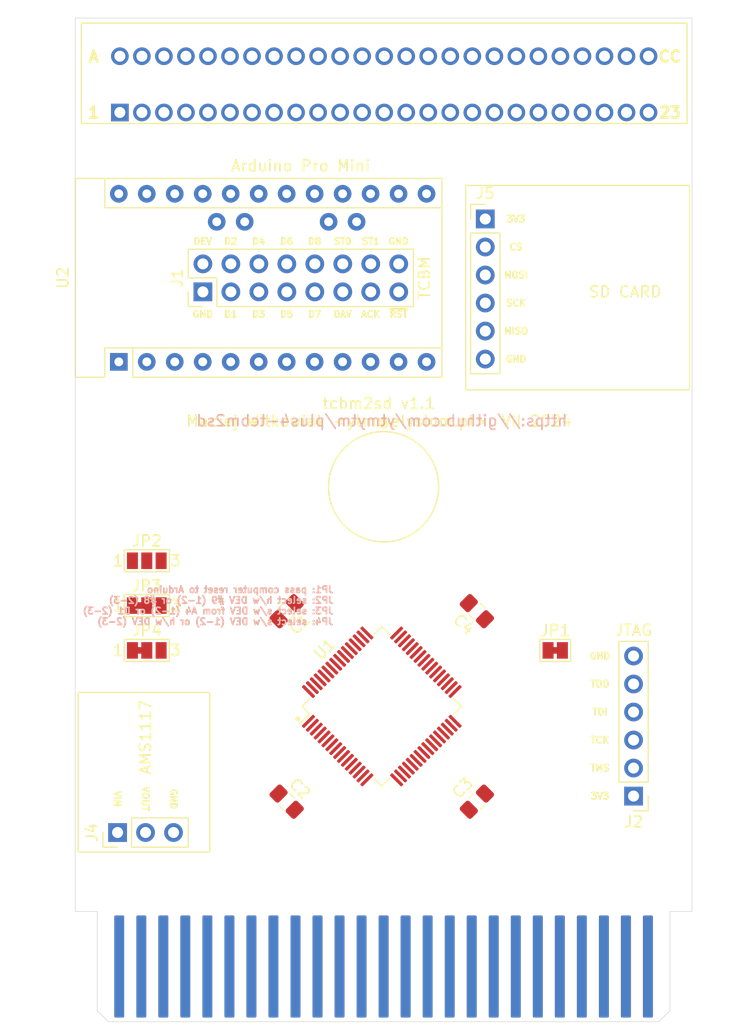
<source format=kicad_pcb>
(kicad_pcb (version 20211014) (generator pcbnew)
  (title_block (title "tcbm2sd") (date "2024-07-23") (rev "1.1") (company "YTM Enterprises") (comment 1 "Maciej Witkowiak <ytm@elysium.pl>"))
  (layers (0 "F.Cu" signal) (31 "B.Cu" signal) (34 "B.Paste" user) (35 "F.Paste" user) (36 "B.SilkS" user "B.Silkscreen") (37 "F.SilkS" user "F.Silkscreen") (38 "B.Mask" user) (39 "F.Mask" user) (44 "Edge.Cuts" user))
  (net 0 "")
  (net 1 "/A11")
  (net 2 "/A13")
  (net 3 "/A3")
  (net 4 "/A1")
  (net 5 "/A5")
  (net 6 "/A7")
  (net 7 "/A12")
  (net 8 "/A0")
  (net 9 "/A6")
  (net 10 "/A4")
  (net 11 "/A2")
  (net 12 "/A8")
  (net 13 "/A10")
  (net 14 "/A9")
  (net 15 "/A14")
  (net 16 "/A15")
  (net 17 "GND")
  (net 18 "/R{slash}~{W}")
  (net 19 "/D0")
  (net 20 "/D1")
  (net 21 "/D2")
  (net 22 "/D3")
  (net 23 "/D4")
  (net 24 "/D5")
  (net 25 "/D6")
  (net 26 "/D7")
  (net 27 "/VCC")
  (net 28 "/~{RESET}")
  (net 36 "/~{RESET_3_3V}")
  (net 37 "/DEV")
  (net 38 "/DIO1")
  (net 39 "/DIO2")
  (net 40 "/DIO3")
  (net 41 "/DIO4")
  (net 42 "/DIO5")
  (net 43 "/DIO6")
  (net 44 "/DIO7")
  (net 45 "/DIO8")
  (net 46 "/DAV")
  (net 47 "/STATUS0")
  (net 48 "/ACK")
  (net 49 "/STATUS1")
  (net 50 "+3V3")
  (net 51 "/TDI")
  (net 52 "/TMS")
  (net 53 "/TCK")
  (net 54 "/TDO")
  (net 55 "/PHI0")
  (net 56 "/MUX")
  (net 57 "/~{RAS}")
  (net 58 "/F7")
  (net 59 "/~{6523_F0}")
  (net 63 "/SD_CS")
  (net 64 "/SD_MOSI")
  (net 65 "/SD_MISO")
  (net 66 "/SD_SCK")
  (net 67 "Net-(U2-Pad22)")
  (net 68 "/~{IRQ}")
  (net 69 "/C1HI")
  (net 70 "/C2LO")
  (net 71 "/C2HI")
  (net 72 "/~{CS1}")
  (net 73 "/~{CS0}")
  (net 74 "/~{CAS}")
  (net 75 "/BA")
  (net 76 "/AEC")
  (net 77 "/EXT_AUDIO")
  (net 78 "/PHI2")
  (net 79 "/NC2")
  (net 80 "/C1LO")
  (net 81 "/NC3")
  (net 82 "/NC1")
  (net 84 "Net-(JP4-Pad3)")
  (net 85 "Net-(U2-PadA4)")
  (net 86 "Net-(JP3-Pad2)")
  (net 87 "Net-(U2-Pad2)")
  (footprint "Jumper:SolderJumper-3_P1.3mm_Bridged12_Pad1.0x1.5mm_NumberLabels" (layer "F.Cu") (at 127 112.776)
    (fp_text reference "JP3" (at 0 -1.8) (layer "F.SilkS"))
    (fp_text value "SolderJumper_3_Bridged12" hide)
    (fp_text user "3" (at 2.6 0) (layer "F.SilkS"))
    (fp_text user "1" (at -2.6 0) (layer "F.SilkS"))
    (fp_poly (pts (xy -0.9 -0.3) (xy -0.4 -0.3) (xy -0.4 0.3) (xy -0.9 0.3)) (layer "F.Cu") (width 0) (fill solid))
    (fp_line (start -2.05 1) (end -2.05 -1) (layer "F.SilkS") (width 0.12))
    (fp_line (start -2.05 -1) (end 2.05 -1) (layer "F.SilkS") (width 0.12))
    (fp_line (start 2.05 1) (end -2.05 1) (layer "F.SilkS") (width 0.12))
    (fp_line (start 2.05 -1) (end 2.05 1) (layer "F.SilkS") (width 0.12))
    (pad "1" smd rect (at -1.3 0) (size 1 1.5) (layers "F.Cu" "F.Mask") (net 85 "Net-(U2-PadA4)"))
    (pad "2" smd rect (at 0 0) (size 1 1.5) (layers "F.Cu" "F.Mask") (net 86 "Net-(JP3-Pad2)"))
    (pad "3" smd rect (at 1.3 0) (size 1 1.5) (layers "F.Cu" "F.Mask") (net 87 "Net-(U2-Pad2)"))
  )
  (footprint "Capacitor_SMD:C_0805_2012Metric_Pad1.18x1.45mm_HandSolder" (layer "F.Cu") (at 156.972 130.556 -135)
    (fp_text reference "C3" (at 0.040131 1.796051 45) (layer "F.SilkS"))
    (fp_text value "0.1uF")
    (fp_line (start -0.261252 0.735) (end 0.261252 0.735) (layer "F.SilkS") (width 0.12))
    (fp_line (start -0.261252 -0.735) (end 0.261252 -0.735) (layer "F.SilkS") (width 0.12))
    (pad "1" smd roundrect (at -1.0375 0 225) (size 1.175 1.45) (layers "F.Cu" "F.Paste" "F.Mask") (roundrect_rratio 0.2127659574) (net 50 "+3V3"))
    (pad "2" smd roundrect (at 1.0375 0 225) (size 1.175 1.45) (layers "F.Cu" "F.Paste" "F.Mask") (roundrect_rratio 0.2127659574) (net 17 "GND"))
  )
  (footprint "Capacitor_SMD:C_0805_2012Metric_Pad1.18x1.45mm_HandSolder" (layer "F.Cu") (at 156.972 113.284 135)
    (fp_text reference "C4" (at 0 -1.68 135) (layer "F.SilkS"))
    (fp_text value "0.1uF")
    (fp_line (start -0.261252 0.735) (end 0.261252 0.735) (layer "F.SilkS") (width 0.12))
    (fp_line (start -0.261252 -0.735) (end 0.261252 -0.735) (layer "F.SilkS") (width 0.12))
    (pad "1" smd roundrect (at -1.0375 0 135) (size 1.175 1.45) (layers "F.Cu" "F.Paste" "F.Mask") (roundrect_rratio 0.2127659574) (net 50 "+3V3"))
    (pad "2" smd roundrect (at 1.0375 0 135) (size 1.175 1.45) (layers "F.Cu" "F.Paste" "F.Mask") (roundrect_rratio 0.2127659574) (net 17 "GND"))
  )
  (footprint "Jumper:SolderJumper-3_P1.3mm_Bridged12_Pad1.0x1.5mm_NumberLabels" (layer "F.Cu") (at 127 116.84)
    (fp_text reference "JP4" (at 0 -1.8) (layer "F.SilkS"))
    (fp_text value "SolderJumper_3_Bridged12" hide)
    (fp_text user "1" (at -2.6 0) (layer "F.SilkS"))
    (fp_text user "3" (at 2.6 0) (layer "F.SilkS"))
    (fp_poly (pts (xy -0.9 -0.3) (xy -0.4 -0.3) (xy -0.4 0.3) (xy -0.9 0.3)) (layer "F.Cu") (width 0) (fill solid))
    (fp_line (start 2.05 1) (end -2.05 1) (layer "F.SilkS") (width 0.12))
    (fp_line (start -2.05 1) (end -2.05 -1) (layer "F.SilkS") (width 0.12))
    (fp_line (start -2.05 -1) (end 2.05 -1) (layer "F.SilkS") (width 0.12))
    (fp_line (start 2.05 -1) (end 2.05 1) (layer "F.SilkS") (width 0.12))
    (pad "1" smd rect (at -1.3 0) (size 1 1.5) (layers "F.Cu" "F.Mask") (net 86 "Net-(JP3-Pad2)"))
    (pad "2" smd rect (at 0 0) (size 1 1.5) (layers "F.Cu" "F.Mask") (net 37 "/DEV"))
    (pad "3" smd rect (at 1.3 0) (size 1 1.5) (layers "F.Cu" "F.Mask") (net 84 "Net-(JP4-Pad3)"))
  )
  (footprint "Jumper:SolderJumper-2_P1.3mm_Bridged_Pad1.0x1.5mm" (layer "F.Cu") (at 164.084 116.84)
    (fp_text reference "JP1" (at 0 -1.8) (layer "F.SilkS"))
    (fp_text value "SolderJumper_2_Bridged" hide)
    (fp_poly (pts (xy -0.25 -0.3) (xy 0.25 -0.3) (xy 0.25 0.3) (xy -0.25 0.3)) (layer "F.Cu") (width 0) (fill solid))
    (fp_line (start 1.4 -1) (end 1.4 1) (layer "F.SilkS") (width 0.12))
    (fp_line (start 1.4 1) (end -1.4 1) (layer "F.SilkS") (width 0.12))
    (fp_line (start -1.4 -1) (end 1.4 -1) (layer "F.SilkS") (width 0.12))
    (fp_line (start -1.4 1) (end -1.4 -1) (layer "F.SilkS") (width 0.12))
    (pad "1" smd rect (at -0.65 0) (size 1 1.5) (layers "F.Cu" "F.Mask") (net 36 "/~{RESET_3_3V}"))
    (pad "2" smd rect (at 0.65 0) (size 1 1.5) (layers "F.Cu" "F.Mask") (net 67 "Net-(U2-Pad22)"))
  )
  (footprint "Connector_PinHeader_2.54mm:PinHeader_1x03_P2.54mm_Vertical" (layer "F.Cu") (at 124.348 133.3513 90)
    (fp_text reference "J4" (at 0 -2.33 90) (layer "F.SilkS"))
    (fp_text value "AMS1117" (at 8.636 2.525 90) (layer "F.SilkS"))
    (fp_line (start -1.33 0) (end -1.33 -1.33) (layer "F.SilkS") (width 0.12))
    (fp_line (start -1.33 6.41) (end 1.33 6.41) (layer "F.SilkS") (width 0.12))
    (fp_line (start -1.33 1.27) (end -1.33 6.41) (layer "F.SilkS") (width 0.12))
    (fp_line (start -1.33 -1.33) (end 0 -1.33) (layer "F.SilkS") (width 0.12))
    (fp_line (start 1.33 1.27) (end 1.33 6.41) (layer "F.SilkS") (width 0.12))
    (fp_line (start -1.33 1.27) (end 1.33 1.27) (layer "F.SilkS") (width 0.12))
    (pad "1" thru_hole rect (at 0 0 90) (size 1.7 1.7) (drill 1) (layers *.Cu *.Mask) (net 27 "/VCC"))
    (pad "2" thru_hole oval (at 0 2.54 90) (size 1.7 1.7) (drill 1) (layers *.Cu *.Mask) (net 50 "+3V3"))
    (pad "3" thru_hole oval (at 0 5.08 90) (size 1.7 1.7) (drill 1) (layers *.Cu *.Mask) (net 17 "GND"))
  )
  (footprint "Capacitor_SMD:C_0805_2012Metric_Pad1.18x1.45mm_HandSolder" (layer "F.Cu") (at 139.7 130.556 -45)
    (fp_text reference "C2" (at 0 -1.68 135) (layer "F.SilkS"))
    (fp_text value "0.1uF")
    (fp_line (start -0.261252 -0.735) (end 0.261252 -0.735) (layer "F.SilkS") (width 0.12))
    (fp_line (start -0.261252 0.735) (end 0.261252 0.735) (layer "F.SilkS") (width 0.12))
    (pad "1" smd roundrect (at -1.0375 0 315) (size 1.175 1.45) (layers "F.Cu" "F.Paste" "F.Mask") (roundrect_rratio 0.2127659574) (net 50 "+3V3"))
    (pad "2" smd roundrect (at 1.0375 0 315) (size 1.175 1.45) (layers "F.Cu" "F.Paste" "F.Mask") (roundrect_rratio 0.2127659574) (net 17 "GND"))
  )
  (footprint "Connector_PinHeader_2.54mm:PinHeader_1x06_P2.54mm_Vertical" (layer "F.Cu") (at 171.196 130.048 180)
    (fp_text reference "J2" (at 0 -2.33) (layer "F.SilkS"))
    (fp_text value "JTAG" (at 0 15.03) (layer "F.SilkS"))
    (fp_line (start -1.33 1.27) (end -1.33 14.03) (layer "F.SilkS") (width 0.12))
    (fp_line (start -1.33 14.03) (end 1.33 14.03) (layer "F.SilkS") (width 0.12))
    (fp_line (start -1.33 1.27) (end 1.33 1.27) (layer "F.SilkS") (width 0.12))
    (fp_line (start -1.33 -1.33) (end 0 -1.33) (layer "F.SilkS") (width 0.12))
    (fp_line (start -1.33 0) (end -1.33 -1.33) (layer "F.SilkS") (width 0.12))
    (fp_line (start 1.33 1.27) (end 1.33 14.03) (layer "F.SilkS") (width 0.12))
    (pad "1" thru_hole rect (at 0 0 180) (size 1.7 1.7) (drill 1) (layers *.Cu *.Mask) (net 50 "+3V3"))
    (pad "2" thru_hole oval (at 0 2.54 180) (size 1.7 1.7) (drill 1) (layers *.Cu *.Mask) (net 52 "/TMS"))
    (pad "3" thru_hole oval (at 0 5.08 180) (size 1.7 1.7) (drill 1) (layers *.Cu *.Mask) (net 53 "/TCK"))
    (pad "4" thru_hole oval (at 0 7.62 180) (size 1.7 1.7) (drill 1) (layers *.Cu *.Mask) (net 51 "/TDI"))
    (pad "5" thru_hole oval (at 0 10.16 180) (size 1.7 1.7) (drill 1) (layers *.Cu *.Mask) (net 54 "/TDO"))
    (pad "6" thru_hole oval (at 0 12.7 180) (size 1.7 1.7) (drill 1) (layers *.Cu *.Mask) (net 17 "GND"))
  )
  (footprint "Package_QFP:TQFP-64_10x10mm_P0.5mm" (layer "F.Cu") (at 148.336 121.92 45)
    (fp_text reference "U1" (at 0 -7.35 45) (layer "F.SilkS"))
    (fp_text value "XC9572XL-VQ64")
    (fp_line (start 4.16 5.11) (end 5.11 5.11) (layer "F.SilkS") (width 0.12))
    (fp_line (start 5.11 5.11) (end 5.11 4.16) (layer "F.SilkS") (width 0.12))
    (fp_line (start -5.11 -4.16) (end -6.4 -4.16) (layer "F.SilkS") (width 0.12))
    (fp_line (start 5.11 -5.11) (end 5.11 -4.16) (layer "F.SilkS") (width 0.12))
    (fp_line (start -4.16 -5.11) (end -5.11 -5.11) (layer "F.SilkS") (width 0.12))
    (fp_line (start 4.16 -5.11) (end 5.11 -5.11) (layer "F.SilkS") (width 0.12))
    (fp_line (start -5.11 5.11) (end -5.11 4.16) (layer "F.SilkS") (width 0.12))
    (fp_line (start -5.11 -5.11) (end -5.11 -4.16) (layer "F.SilkS") (width 0.12))
    (fp_line (start -4.16 5.11) (end -5.11 5.11) (layer "F.SilkS") (width 0.12))
    (pad "1" smd roundrect (at -5.6625 -3.75 45) (size 1.475 0.3) (layers "F.Cu" "F.Paste" "F.Mask") (net 16 "/A15"))
    (pad "2" smd roundrect (at -5.6625 -3.25 45) (size 1.475 0.3) (layers "F.Cu" "F.Paste" "F.Mask") (net 15 "/A14"))
    (pad "3" smd roundrect (at -5.6625 -2.75 45) (size 1.475 0.3) (layers "F.Cu" "F.Paste" "F.Mask") (net 50 "+3V3"))
    (pad "4" smd roundrect (at -5.6625 -2.25 45) (size 1.475 0.3) (layers "F.Cu" "F.Paste" "F.Mask") (net 2 "/A13"))
    (pad "5" smd roundrect (at -5.6625 -1.75 45) (size 1.475 0.3) (layers "F.Cu" "F.Paste" "F.Mask") (net 7 "/A12"))
    (pad "6" smd roundrect (at -5.6625 -1.25 45) (size 1.475 0.3) (layers "F.Cu" "F.Paste" "F.Mask") (net 1 "/A11"))
    (pad "7" smd roundrect (at -5.6625 -0.75 45) (size 1.475 0.3) (layers "F.Cu" "F.Paste" "F.Mask") (net 13 "/A10"))
    (pad "8" smd roundrect (at -5.6625 -0.25 45) (size 1.475 0.3) (layers "F.Cu" "F.Paste" "F.Mask") (net 14 "/A9"))
    (pad "9" smd roundrect (at -5.6625 0.25 45) (size 1.475 0.3) (layers "F.Cu" "F.Paste" "F.Mask") (net 12 "/A8"))
    (pad "10" smd roundrect (at -5.6625 0.75 45) (size 1.475 0.3) (layers "F.Cu" "F.Paste" "F.Mask") (net 6 "/A7"))
    (pad "11" smd roundrect (at -5.6625 1.25 45) (size 1.475 0.3) (layers "F.Cu" "F.Paste" "F.Mask") (net 9 "/A6"))
    (pad "12" smd roundrect (at -5.6625 1.75 45) (size 1.475 0.3) (layers "F.Cu" "F.Paste" "F.Mask") (net 5 "/A5"))
    (pad "13" smd roundrect (at -5.6625 2.25 45) (size 1.475 0.3) (layers "F.Cu" "F.Paste" "F.Mask") (net 10 "/A4"))
    (pad "14" smd roundrect (at -5.6625 2.75 45) (size 1.475 0.3) (layers "F.Cu" "F.Paste" "F.Mask") (net 17 "GND"))
    (pad "15" smd roundrect (at -5.6625 3.25 45) (size 1.475 0.3) (layers "F.Cu" "F.Paste" "F.Mask") (net 3 "/A3"))
    (pad "16" smd roundrect (at -5.6625 3.75 45) (size 1.475 0.3) (layers "F.Cu" "F.Paste" "F.Mask") (net 11 "/A2"))
    (pad "17" smd roundrect (at -3.75 5.6625 45) (size 0.3 1.475) (layers "F.Cu" "F.Paste" "F.Mask") (net 4 "/A1"))
    (pad "18" smd roundrect (at -3.25 5.6625 45) (size 0.3 1.475) (layers "F.Cu" "F.Paste" "F.Mask") (net 8 "/A0"))
    (pad "19" smd roundrect (at -2.75 5.6625 45) (size 0.3 1.475) (layers "F.Cu" "F.Paste" "F.Mask") (net 56 "/MUX"))
    (pad "20" smd roundrect (at -2.25 5.6625 45) (size 0.3 1.475) (layers "F.Cu" "F.Paste" "F.Mask") (net 26 "/D7"))
    (pad "21" smd roundrect (at -1.75 5.6625 45) (size 0.3 1.475) (layers "F.Cu" "F.Paste" "F.Mask") (net 17 "GND"))
    (pad "22" smd roundrect (at -1.25 5.6625 45) (size 0.3 1.475) (layers "F.Cu" "F.Paste" "F.Mask") (net 25 "/D6"))
    (pad "23" smd roundrect (at -0.75 5.6625 45) (size 0.3 1.475) (layers "F.Cu" "F.Paste" "F.Mask") (net 24 "/D5"))
    (pad "24" smd roundrect (at -0.25 5.6625 45) (size 0.3 1.475) (layers "F.Cu" "F.Paste" "F.Mask") (net 23 "/D4"))
    (pad "25" smd roundrect (at 0.25 5.6625 45) (size 0.3 1.475) (layers "F.Cu" "F.Paste" "F.Mask") (net 22 "/D3"))
    (pad "26" smd roundrect (at 0.75 5.6625 45) (size 0.3 1.475) (layers "F.Cu" "F.Paste" "F.Mask") (net 50 "+3V3"))
    (pad "27" smd roundrect (at 1.25 5.6625 45) (size 0.3 1.475) (layers "F.Cu" "F.Paste" "F.Mask") (net 21 "/D2"))
    (pad "28" smd roundrect (at 1.75 5.6625 45) (size 0.3 1.475) (layers "F.Cu" "F.Paste" "F.Mask") (net 51 "/TDI"))
    (pad "29" smd roundrect (at 2.25 5.6625 45) (size 0.3 1.475) (layers "F.Cu" "F.Paste" "F.Mask") (net 52 "/TMS"))
    (pad "30" smd roundrect (at 2.75 5.6625 45) (size 0.3 1.475) (layers "F.Cu" "F.Paste" "F.Mask") (net 53 "/TCK"))
    (pad "31" smd roundrect (at 3.25 5.6625 45) (size 0.3 1.475) (layers "F.Cu" "F.Paste" "F.Mask") (net 20 "/D1"))
    (pad "32" smd roundrect (at 3.75 5.6625 45) (size 0.3 1.475) (layers "F.Cu" "F.Paste" "F.Mask") (net 19 "/D0"))
    (pad "33" smd roundrect (at 5.6625 3.75 45) (size 1.475 0.3) (layers "F.Cu" "F.Paste" "F.Mask") (net 58 "/F7"))
    (pad "34" smd roundrect (at 5.6625 3.25 45) (size 1.475 0.3) (layers "F.Cu" "F.Paste" "F.Mask") (net 59 "/~{6523_F0}"))
    (pad "35" smd roundrect (at 5.6625 2.75 45) (size 1.475 0.3) (layers "F.Cu" "F.Paste" "F.Mask"))
    (pad "36" smd roundrect (at 5.6625 2.25 45) (size 1.475 0.3) (layers "F.Cu" "F.Paste" "F.Mask"))
    (pad "37" smd roundrect (at 5.6625 1.75 45) (size 1.475 0.3) (layers "F.Cu" "F.Paste" "F.Mask") (net 50 "+3V3"))
    (pad "38" smd roundrect (at 5.6625 1.25 45) (size 1.475 0.3) (layers "F.Cu" "F.Paste" "F.Mask"))
    (pad "39" smd roundrect (at 5.6625 0.75 45) (size 1.475 0.3) (layers "F.Cu" "F.Paste" "F.Mask"))
    (pad "40" smd roundrect (at 5.6625 0.25 45) (size 1.475 0.3) (layers "F.Cu" "F.Paste" "F.Mask"))
    (pad "41" smd roundrect (at 5.6625 -0.25 45) (size 1.475 0.3) (layers "F.Cu" "F.Paste" "F.Mask") (net 17 "GND"))
    (pad "42" smd roundrect (at 5.6625 -0.75 45) (size 1.475 0.3) (layers "F.Cu" "F.Paste" "F.Mask"))
    (pad "43" smd roundrect (at 5.6625 -1.25 45) (size 1.475 0.3) (layers "F.Cu" "F.Paste" "F.Mask"))
    (pad "44" smd roundrect (at 5.6625 -1.75 45) (size 1.475 0.3) (layers "F.Cu" "F.Paste" "F.Mask") (net 36 "/~{RESET_3_3V}"))
    (pad "45" smd roundrect (at 5.6625 -2.25 45) (size 1.475 0.3) (layers "F.Cu" "F.Paste" "F.Mask") (net 49 "/STATUS1"))
    (pad "46" smd roundrect (at 5.6625 -2.75 45) (size 1.475 0.3) (layers "F.Cu" "F.Paste" "F.Mask") (net 48 "/ACK"))
    (pad "47" smd roundrect (at 5.6625 -3.25 45) (size 1.475 0.3) (layers "F.Cu" "F.Paste" "F.Mask") (net 47 "/STATUS0"))
    (pad "48" smd roundrect (at 5.6625 -3.75 45) (size 1.475 0.3) (layers "F.Cu" "F.Paste" "F.Mask") (net 46 "/DAV"))
    (pad "49" smd roundrect (at 3.75 -5.6625 45) (size 0.3 1.475) (layers "F.Cu" "F.Paste" "F.Mask") (net 45 "/DIO8"))
    (pad "50" smd roundrect (at 3.25 -5.6625 45) (size 0.3 1.475) (layers "F.Cu" "F.Paste" "F.Mask") (net 44 "/DIO7"))
    (pad "51" smd roundrect (at 2.75 -5.6625 45) (size 0.3 1.475) (layers "F.Cu" "F.Paste" "F.Mask") (net 43 "/DIO6"))
    (pad "52" smd roundrect (at 2.25 -5.6625 45) (size 0.3 1.475) (layers "F.Cu" "F.Paste" "F.Mask") (net 42 "/DIO5"))
    (pad "53" smd roundrect (at 1.75 -5.6625 45) (size 0.3 1.475) (layers "F.Cu" "F.Paste" "F.Mask") (net 54 "/TDO"))
    (pad "54" smd roundrect (at 1.25 -5.6625 45) (size 0.3 1.475) (layers "F.Cu" "F.Paste" "F.Mask") (net 17 "GND"))
    (pad "55" smd roundrect (at 0.75 -5.6625 45) (size 0.3 1.475) (layers "F.Cu" "F.Paste" "F.Mask") (net 50 "+3V3"))
    (pad "56" smd roundrect (at 0.25 -5.6625 45) (size 0.3 1.475) (layers "F.Cu" "F.Paste" "F.Mask") (net 41 "/DIO4"))
    (pad "57" smd roundrect (at -0.25 -5.6625 45) (size 0.3 1.475) (layers "F.Cu" "F.Paste" "F.Mask") (net 40 "/DIO3"))
    (pad "58" smd roundrect (at -0.75 -5.6625 45) (size 0.3 1.475) (layers "F.Cu" "F.Paste" "F.Mask") (net 39 "/DIO2"))
    (pad "59" smd roundrect (at -1.25 -5.6625 45) (size 0.3 1.475) (layers "F.Cu" "F.Paste" "F.Mask") (net 38 "/DIO1"))
    (pad "60" smd roundrect (at -1.75 -5.6625 45) (size 0.3 1.475) (layers "F.Cu" "F.Paste" "F.Mask") (net 37 "/DEV"))
    (pad "61" smd roundrect (at -2.25 -5.6625 45) (size 0.3 1.475) (layers "F.Cu" "F.Paste" "F.Mask") (net 55 "/PHI0"))
    (pad "62" smd roundrect (at -2.75 -5.6625 45) (size 0.3 1.475) (layers "F.Cu" "F.Paste" "F.Mask") (net 18 "/R{slash}~{W}"))
    (pad "63" smd roundrect (at -3.25 -5.6625 45) (size 0.3 1.475) (layers "F.Cu" "F.Paste" "F.Mask") (net 57 "/~{RAS}"))
    (pad "64" smd roundrect (at -3.75 -5.6625 45) (size 0.3 1.475) (layers "F.Cu" "F.Paste" "F.Mask") (net 28 "/~{RESET}"))
  )
  (footprint "Arduino:Arduino_Pro_Mini" (layer "F.Cu") (at 124.46 90.678 90)
    (fp_text reference "U2" (at 7.62 -5.08 90) (layer "F.SilkS"))
    (fp_text value "Arduino Pro Mini" (at 17.78 16.51) (layer "F.SilkS"))
    (fp_line (start 16.637 -3.937) (end -1.397 -3.937) (layer "F.SilkS") (width 0.12))
    (fp_line (start 1.27 -1.27) (end -1.397 -1.27) (layer "F.SilkS") (width 0.12))
    (fp_line (start 1.27 1.27) (end 1.27 -1.27) (layer "F.SilkS") (width 0.12))
    (fp_line (start -1.397 29.337) (end 16.64 29.337) (layer "F.SilkS") (width 0.12))
    (fp_line (start 13.97 -1.27) (end 16.64 -1.27) (layer "F.SilkS") (width 0.12))
    (fp_line (start 1.27 1.27) (end 1.27 29.337) (layer "F.SilkS") (width 0.12))
    (fp_line (start 13.97 -1.27) (end 13.97 29.337) (layer "F.SilkS") (width 0.12))
    (fp_line (start 1.27 1.27) (end -1.397 1.27) (layer "F.SilkS") (width 0.12))
    (fp_line (start 16.637 29.337) (end 16.637 -3.937) (layer "F.SilkS") (width 0.12))
    (fp_line (start -1.397 1.27) (end -1.397 29.337) (layer "F.SilkS") (width 0.12))
    (fp_line (start -1.397 -3.937) (end -1.397 -1.27) (layer "F.SilkS") (width 0.12))
    (pad "1" thru_hole rect locked (at 0 0 90) (size 1.6 1.6) (drill 0.8) (layers *.Cu *.Mask))
    (pad "2" thru_hole oval locked (at 0 2.54 90) (size 1.6 1.6) (drill 0.8) (layers *.Cu *.Mask) (net 87 "Net-(U2-Pad2)"))
    (pad "3" thru_hole oval locked (at 0 5.08 90) (size 1.6 1.6) (drill 0.8) (layers *.Cu *.Mask))
    (pad "4" thru_hole oval locked (at 0 7.62 90) (size 1.6 1.6) (drill 0.8) (layers *.Cu *.Mask) (net 17 "GND"))
    (pad "5" thru_hole oval locked (at 0 10.16 90) (size 1.6 1.6) (drill 0.8) (layers *.Cu *.Mask) (net 38 "/DIO1"))
    (pad "6" thru_hole oval locked (at 0 12.7 90) (size 1.6 1.6) (drill 0.8) (layers *.Cu *.Mask) (net 39 "/DIO2"))
    (pad "7" thru_hole oval locked (at 0 15.24 90) (size 1.6 1.6) (drill 0.8) (layers *.Cu *.Mask) (net 40 "/DIO3"))
    (pad "8" thru_hole oval locked (at 0 17.78 90) (size 1.6 1.6) (drill 0.8) (layers *.Cu *.Mask) (net 41 "/DIO4"))
    (pad "9" thru_hole oval locked (at 0 20.32 90) (size 1.6 1.6) (drill 0.8) (layers *.Cu *.Mask) (net 42 "/DIO5"))
    (pad "10" thru_hole oval locked (at 0 22.86 90) (size 1.6 1.6) (drill 0.8) (layers *.Cu *.Mask) (net 43 "/DIO6"))
    (pad "11" thru_hole oval locked (at 0 25.4 90) (size 1.6 1.6) (drill 0.8) (layers *.Cu *.Mask) (net 44 "/DIO7"))
    (pad "12" thru_hole oval locked (at 0 27.94 90) (size 1.6 1.6) (drill 0.8) (layers *.Cu *.Mask) (net 45 "/DIO8"))
    (pad "13" thru_hole oval locked (at 15.24 27.94 90) (size 1.6 1.6) (drill 0.8) (layers *.Cu *.Mask) (net 63 "/SD_CS"))
    (pad "14" thru_hole oval locked (at 15.24 25.4 90) (size 1.6 1.6) (drill 0.8) (layers *.Cu *.Mask) (net 64 "/SD_MOSI"))
    (pad "15" thru_hole oval locked (at 15.24 22.86 90) (size 1.6 1.6) (drill 0.8) (layers *.Cu *.Mask) (net 65 "/SD_MISO"))
    (pad "16" thru_hole oval locked (at 15.24 20.32 90) (size 1.6 1.6) (drill 0.8) (layers *.Cu *.Mask) (net 66 "/SD_SCK"))
    (pad "17" thru_hole oval locked (at 15.24 17.78 90) (size 1.6 1.6) (drill 0.8) (layers *.Cu *.Mask) (net 47 "/STATUS0"))
    (pad "18" thru_hole oval locked (at 15.24 15.24 90) (size 1.6 1.6) (drill 0.8) (layers *.Cu *.Mask) (net 49 "/STATUS1"))
    (pad "19" thru_hole oval locked (at 15.24 12.7 90) (size 1.6 1.6) (drill 0.8) (layers *.Cu *.Mask) (net 46 "/DAV"))
    (pad "20" thru_hole oval locked (at 15.24 10.16 90) (size 1.6 1.6) (drill 0.8) (layers *.Cu *.Mask) (net 48 "/ACK"))
    (pad "21" thru_hole oval locked (at 15.24 7.62 90) (size 1.6 1.6) (drill 0.8) (layers *.Cu *.Mask) (net 50 "+3V3"))
    (pad "22" thru_hole oval locked (at 15.24 5.08 90) (size 1.6 1.6) (drill 0.8) (layers *.Cu *.Mask) (net 67 "Net-(U2-Pad22)"))
    (pad "23" thru_hole oval locked (at 15.24 2.54 90) (size 1.6 1.6) (drill 0.8) (layers *.Cu *.Mask) (net 17 "GND"))
    (pad "24" thru_hole oval locked (at 15.24 0 90) (size 1.6 1.6) (drill 0.8) (layers *.Cu *.Mask))
    (pad "A4" thru_hole oval locked (at 12.7 11.43 90) (size 1.6 1.6) (drill 0.8) (layers *.Cu *.Mask) (net 85 "Net-(U2-PadA4)"))
    (pad "A5" thru_hole oval locked (at 12.7 8.89 90) (size 1.6 1.6) (drill 0.8) (layers *.Cu *.Mask))
    (pad "A6" thru_hole oval locked (at 12.7 21.59 90) (size 1.6 1.6) (drill 0.8) (layers *.Cu *.Mask))
    (pad "A7" thru_hole oval locked (at 12.7 19.05 90) (size 1.6 1.6) (drill 0.8) (layers *.Cu *.Mask))
  )
  (footprint "Connector_PinHeader_2.54mm:PinHeader_1x06_P2.54mm_Vertical" (layer "F.Cu") (at 157.734 77.724)
    (fp_text reference "J5" (at 0 -2.33) (layer "F.SilkS"))
    (fp_text value "SD CARD" (at 12.7 6.604) (layer "F.SilkS"))
    (fp_line (start -1.33 1.27) (end -1.33 14.03) (layer "F.SilkS") (width 0.12))
    (fp_line (start -1.33 0) (end -1.33 -1.33) (layer "F.SilkS") (width 0.12))
    (fp_line (start -1.33 1.27) (end 1.33 1.27) (layer "F.SilkS") (width 0.12))
    (fp_line (start 1.33 1.27) (end 1.33 14.03) (layer "F.SilkS") (width 0.12))
    (fp_line (start -1.33 -1.33) (end 0 -1.33) (layer "F.SilkS") (width 0.12))
    (fp_line (start -1.33 14.03) (end 1.33 14.03) (layer "F.SilkS") (width 0.12))
    (pad "1" thru_hole rect locked (at 0 0) (size 1.7 1.7) (drill 1) (layers *.Cu *.Mask) (net 50 "+3V3"))
    (pad "2" thru_hole oval locked (at 0 2.54) (size 1.7 1.7) (drill 1) (layers *.Cu *.Mask) (net 63 "/SD_CS"))
    (pad "3" thru_hole oval locked (at 0 5.08) (size 1.7 1.7) (drill 1) (layers *.Cu *.Mask) (net 64 "/SD_MOSI"))
    (pad "4" thru_hole oval locked (at 0 7.62) (size 1.7 1.7) (drill 1) (layers *.Cu *.Mask) (net 66 "/SD_SCK"))
    (pad "5" thru_hole oval locked (at 0 10.16) (size 1.7 1.7) (drill 1) (layers *.Cu *.Mask) (net 65 "/SD_MISO"))
    (pad "6" thru_hole oval locked (at 0 12.7) (size 1.7 1.7) (drill 1) (layers *.Cu *.Mask) (net 17 "GND"))
  )
  (footprint "Jumper:SolderJumper-3_P1.3mm_Open_Pad1.0x1.5mm_NumberLabels" (layer "F.Cu") (at 127 108.712)
    (fp_text reference "JP2" (at 0 -1.8) (layer "F.SilkS"))
    (fp_text value "SolderJumper_3_Open" hide)
    (fp_text user "1" (at -2.6 0) (layer "F.SilkS"))
    (fp_text user "3" (at 2.6 0) (layer "F.SilkS"))
    (fp_line (start -2.05 -1) (end 2.05 -1) (layer "F.SilkS") (width 0.12))
    (fp_line (start 2.05 1) (end -2.05 1) (layer "F.SilkS") (width 0.12))
    (fp_line (start -2.05 1) (end -2.05 -1) (layer "F.SilkS") (width 0.12))
    (fp_line (start 2.05 -1) (end 2.05 1) (layer "F.SilkS") (width 0.12))
    (pad "1" smd rect (at -1.3 0) (size 1 1.5) (layers "F.Cu" "F.Mask") (net 17 "GND"))
    (pad "2" smd rect (at 0 0) (size 1 1.5) (layers "F.Cu" "F.Mask") (net 84 "Net-(JP4-Pad3)"))
    (pad "3" smd rect (at 1.3 0) (size 1 1.5) (layers "F.Cu" "F.Mask") (net 50 "+3V3"))
  )
  (footprint "LittleSixteen:50Pin_Edge_Connector_C16" (layer "F.Cu") (at 130.556 62.966)
    (fp_text reference "J8" hide)
    (fp_text value "C16-Exp-Port")
    (fp_rect (start -9.5 -3) (end 45.5 6.1) (layer "F.SilkS") (width 0.12) (fill none))
    (pad "1" thru_hole rect (at -6 5.1) (size 1.6 1.6) (drill 1) (layers *.Cu *.Mask) (net 17 "GND"))
    (pad "2" thru_hole circle (at -4 5.1) (size 1.6 1.6) (drill 1) (layers *.Cu *.Mask) (net 27 "/VCC"))
    (pad "3" thru_hole circle (at -2 5.1) (size 1.6 1.6) (drill 1) (layers *.Cu *.Mask) (net 27 "/VCC"))
    (pad "4" thru_hole circle (at 0 5.1) (size 1.6 1.6) (drill 1) (layers *.Cu *.Mask) (net 68 "/~{IRQ}"))
    (pad "5" thru_hole circle (at 2 5.1) (size 1.6 1.6) (drill 1) (layers *.Cu *.Mask) (net 18 "/R{slash}~{W}"))
    (pad "6" thru_hole circle (at 4 5.1) (size 1.6 1.6) (drill 1) (layers *.Cu *.Mask) (net 69 "/C1HI"))
    (pad "7" thru_hole circle (at 6 5.1) (size 1.6 1.6) (drill 1) (layers *.Cu *.Mask) (net 70 "/C2LO"))
    (pad "8" thru_hole circle (at 8 5.1) (size 1.6 1.6) (drill 1) (layers *.Cu *.Mask) (net 71 "/C2HI"))
    (pad "9" thru_hole circle (at 10 5.1) (size 1.6 1.6) (drill 1) (layers *.Cu *.Mask) (net 72 "/~{CS1}"))
    (pad "10" thru_hole circle (at 12 5.1) (size 1.6 1.6) (drill 1) (layers *.Cu *.Mask) (net 73 "/~{CS0}"))
    (pad "11" thru_hole circle (at 14 5.1) (size 1.6 1.6) (drill 1) (layers *.Cu *.Mask) (net 74 "/~{CAS}"))
    (pad "12" thru_hole circle (at 16 5.1) (size 1.6 1.6) (drill 1) (layers *.Cu *.Mask) (net 56 "/MUX"))
    (pad "13" thru_hole circle (at 18 5.1) (size 1.6 1.6) (drill 1) (layers *.Cu *.Mask) (net 75 "/BA"))
    (pad "14" thru_hole circle (at 20 5.1) (size 1.6 1.6) (drill 1) (layers *.Cu *.Mask) (net 26 "/D7"))
    (pad "15" thru_hole circle (at 22 5.1) (size 1.6 1.6) (drill 1) (layers *.Cu *.Mask) (net 25 "/D6"))
    (pad "16" thru_hole circle (at 24 5.1) (size 1.6 1.6) (drill 1) (layers *.Cu *.Mask) (net 24 "/D5"))
    (pad "17" thru_hole circle (at 26 5.1) (size 1.6 1.6) (drill 1) (layers *.Cu *.Mask) (net 23 "/D4"))
    (pad "18" thru_hole circle (at 28 5.1) (size 1.6 1.6) (drill 1) (layers *.Cu *.Mask) (net 22 "/D3"))
    (pad "19" thru_hole circle (at 30 5.1) (size 1.6 1.6) (drill 1) (layers *.Cu *.Mask) (net 21 "/D2"))
    (pad "20" thru_hole circle (at 32 5.1) (size 1.6 1.6) (drill 1) (layers *.Cu *.Mask) (net 20 "/D1"))
    (pad "21" thru_hole circle (at 34 5.1) (size 1.6 1.6) (drill 1) (layers *.Cu *.Mask) (net 19 "/D0"))
    (pad "22" thru_hole circle (at 36 5.1) (size 1.6 1.6) (drill 1) (layers *.Cu *.Mask) (net 76 "/AEC"))
    (pad "23" thru_hole circle (at 38 5.1) (size 1.6 1.6) (drill 1) (layers *.Cu *.Mask) (net 77 "/EXT_AUDIO"))
    (pad "24" thru_hole circle (at 40 5.1) (size 1.6 1.6) (drill 1) (layers *.Cu *.Mask) (net 78 "/PHI2"))
    (pad "25" thru_hole circle (at 42 5.1) (size 1.6 1.6) (drill 1) (layers *.Cu *.Mask) (net 17 "GND"))
    (pad "A" thru_hole circle (at -6 0) (size 1.6 1.6) (drill 1) (layers *.Cu *.Mask) (net 17 "GND"))
    (pad "AA" thru_hole circle (at 38 0) (size 1.6 1.6) (drill 1) (layers *.Cu *.Mask) (net 79 "/NC2"))
    (pad "B" thru_hole circle (at -4 0) (size 1.6 1.6) (drill 1) (layers *.Cu *.Mask) (net 80 "/C1LO"))
    (pad "BB" thru_hole circle (at 40 0) (size 1.6 1.6) (drill 1) (layers *.Cu *.Mask) (net 81 "/NC3"))
    (pad "C" thru_hole circle (at -2 0) (size 1.6 1.6) (drill 1) (layers *.Cu *.Mask) (net 28 "/~{RESET}"))
    (pad "CC" thru_hole circle (at 42 0) (size 1.6 1.6) (drill 1) (layers *.Cu *.Mask) (net 17 "GND"))
    (pad "D" thru_hole circle (at 0 0) (size 1.6 1.6) (drill 1) (layers *.Cu *.Mask) (net 57 "/~{RAS}"))
    (pad "E" thru_hole circle (at 2 0) (size 1.6 1.6) (drill 1) (layers *.Cu *.Mask) (net 55 "/PHI0"))
    (pad "F" thru_hole circle (at 4 0) (size 1.6 1.6) (drill 1) (layers *.Cu *.Mask) (net 16 "/A15"))
    (pad "H" thru_hole circle (at 6 0) (size 1.6 1.6) (drill 1) (layers *.Cu *.Mask) (net 15 "/A14"))
    (pad "J" thru_hole circle (at 8 0) (size 1.6 1.6) (drill 1) (layers *.Cu *.Mask) (net 2 "/A13"))
    (pad "K" thru_hole circle (at 10 0) (size 1.6 1.6) (drill 1) (layers *.Cu *.Mask) (net 7 "/A12"))
    (pad "L" thru_hole circle (at 12 0) (size 1.6 1.6) (drill 1) (layers *.Cu *.Mask) (net 1 "/A11"))
    (pad "M" thru_hole circle (at 14 0) (size 1.6 1.6) (drill 1) (layers *.Cu *.Mask) (net 13 "/A10"))
    (pad "N" thru_hole circle (at 16 0) (size 1.6 1.6) (drill 1) (layers *.Cu *.Mask) (net 14 "/A9"))
    (pad "P" thru_hole circle (at 18 0) (size 1.6 1.6) (drill 1) (layers *.Cu *.Mask) (net 12 "/A8"))
    (pad "R" thru_hole circle (at 20 0) (size 1.6 1.6) (drill 1) (layers *.Cu *.Mask) (net 6 "/A7"))
    (pad "S" thru_hole circle (at 22 0) (size 1.6 1.6) (drill 1) (layers *.Cu *.Mask) (net 9 "/A6"))
    (pad "T" thru_hole circle (at 24 0) (size 1.6 1.6) (drill 1) (layers *.Cu *.Mask) (net 5 "/A5"))
    (pad "U" thru_hole circle (at 26 0) (size 1.6 1.6) (drill 1) (layers *.Cu *.Mask) (net 10 "/A4"))
    (pad "V" thru_hole circle (at 28 0) (size 1.6 1.6) (drill 1) (layers *.Cu *.Mask) (net 3 "/A3"))
    (pad "W" thru_hole circle (at 30 0) (size 1.6 1.6) (drill 1) (layers *.Cu *.Mask) (net 11 "/A2"))
    (pad "X" thru_hole circle (at 32 0) (size 1.6 1.6) (drill 1) (layers *.Cu *.Mask) (net 4 "/A1"))
    (pad "Y" thru_hole circle (at 34 0) (size 1.6 1.6) (drill 1) (layers *.Cu *.Mask) (net 8 "/A0"))
    (pad "Z" thru_hole circle (at 36 0) (size 1.6 1.6) (drill 1) (layers *.Cu *.Mask) (net 82 "/NC1"))
  )
  (footprint "Connector_PinHeader_2.54mm:PinHeader_2x08_P2.54mm_Vertical" (layer "F.Cu") (at 132.095 84.333 90)
    (fp_text reference "J1" (at 1.27 -2.33 90) (layer "F.SilkS"))
    (fp_text value "TCBM" (at 1.27 20.11 90) (layer "F.SilkS"))
    (fp_line (start -1.33 19.11) (end 3.87 19.11) (layer "F.SilkS") (width 0.12))
    (fp_line (start 3.87 -1.33) (end 3.87 19.11) (layer "F.SilkS") (width 0.12))
    (fp_line (start 1.27 -1.33) (end 3.87 -1.33) (layer "F.SilkS") (width 0.12))
    (fp_line (start -1.33 1.27) (end -1.33 19.11) (layer "F.SilkS") (width 0.12))
    (fp_line (start 1.27 1.27) (end 1.27 -1.33) (layer "F.SilkS") (width 0.12))
    (fp_line (start -1.33 0) (end -1.33 -1.33) (layer "F.SilkS") (width 0.12))
    (fp_line (start -1.33 1.27) (end 1.27 1.27) (layer "F.SilkS") (width 0.12))
    (fp_line (start -1.33 -1.33) (end 0 -1.33) (layer "F.SilkS") (width 0.12))
    (pad "1" thru_hole rect (at 0 0 90) (size 1.7 1.7) (drill 1) (layers *.Cu *.Mask) (net 17 "GND"))
    (pad "2" thru_hole oval (at 2.54 0 90) (size 1.7 1.7) (drill 1) (layers *.Cu *.Mask) (net 37 "/DEV"))
    (pad "3" thru_hole oval (at 0 2.54 90) (size 1.7 1.7) (drill 1) (layers *.Cu *.Mask) (net 38 "/DIO1"))
    (pad "4" thru_hole oval (at 2.54 2.54 90) (size 1.7 1.7) (drill 1) (layers *.Cu *.Mask) (net 39 "/DIO2"))
    (pad "5" thru_hole oval (at 0 5.08 90) (size 1.7 1.7) (drill 1) (layers *.Cu *.Mask) (net 40 "/DIO3"))
    (pad "6" thru_hole oval (at 2.54 5.08 90) (size 1.7 1.7) (drill 1) (layers *.Cu *.Mask) (net 41 "/DIO4"))
    (pad "7" thru_hole oval (at 0 7.62 90) (size 1.7 1.7) (drill 1) (layers *.Cu *.Mask) (net 42 "/DIO5"))
    (pad "8" thru_hole oval (at 2.54 7.62 90) (size 1.7 1.7) (drill 1) (layers *.Cu *.Mask) (net 43 "/DIO6"))
    (pad "9" thru_hole oval (at 0 10.16 90) (size 1.7 1.7) (drill 1) (layers *.Cu *.Mask) (net 44 "/DIO7"))
    (pad "10" thru_hole oval (at 2.54 10.16 90) (size 1.7 1.7) (drill 1) (layers *.Cu *.Mask) (net 45 "/DIO8"))
    (pad "11" thru_hole oval (at 0 12.7 90) (size 1.7 1.7) (drill 1) (layers *.Cu *.Mask) (net 46 "/DAV"))
    (pad "12" thru_hole oval (at 2.54 12.7 90) (size 1.7 1.7) (drill 1) (layers *.Cu *.Mask) (net 47 "/STATUS0"))
    (pad "13" thru_hole oval (at 0 15.24 90) (size 1.7 1.7) (drill 1) (layers *.Cu *.Mask) (net 48 "/ACK"))
    (pad "14" thru_hole oval (at 2.54 15.24 90) (size 1.7 1.7) (drill 1) (layers *.Cu *.Mask) (net 49 "/STATUS1"))
    (pad "15" thru_hole oval (at 0 17.78 90) (size 1.7 1.7) (drill 1) (layers *.Cu *.Mask) (net 28 "/~{RESET}"))
    (pad "16" thru_hole oval (at 2.54 17.78 90) (size 1.7 1.7) (drill 1) (layers *.Cu *.Mask) (net 17 "GND"))
  )
  (footprint "Capacitor_SMD:C_0805_2012Metric_Pad1.18x1.45mm_HandSolder" (layer "F.Cu") (at 139.7 113.284 -135)
    (fp_text reference "C1" (at 0 -1.68 45) (layer "F.SilkS"))
    (fp_text value "0.1uF")
    (fp_line (start -0.261252 -0.735) (end 0.261252 -0.735) (layer "F.SilkS") (width 0.12))
    (fp_line (start -0.261252 0.735) (end 0.261252 0.735) (layer "F.SilkS") (width 0.12))
    (pad "1" smd roundrect (at -1.0375 0 225) (size 1.175 1.45) (layers "F.Cu" "F.Paste" "F.Mask") (roundrect_rratio 0.2127659574) (net 50 "+3V3"))
    (pad "2" smd roundrect (at 1.0375 0 225) (size 1.175 1.45) (layers "F.Cu" "F.Paste" "F.Mask") (roundrect_rratio 0.2127659574) (net 17 "GND"))
  )
  (footprint "c264-magic-cart-rev1:C16_CART" (layer "F.Cu") (at 122.5011 150.5036)
    (fp_text reference "U$1" hide)
    (fp_text value "C16_CARTRIDGE" hide)
    (fp_circle (center 26 -48.5) (end 31 -48.5) (layer "F.SilkS") (width 0.127) (fill none))
    (fp_line (start 54 -10) (end 52 -10) (layer "Edge.Cuts") (width 0.05))
    (fp_line (start -2 -10) (end -2 -91) (layer "Edge.Cuts") (width 0.05))
    (fp_line (start -2 -10) (end 0 -10) (layer "Edge.Cuts") (width 0.05))
    (fp_line (start 51 0) (end 52 -1) (layer "Edge.Cuts") (width 0.05))
    (fp_line (start -2 -91) (end 54 -91) (layer "Edge.Cuts") (width 0.05))
    (fp_line (start 52 -1) (end 52 -10) (layer "Edge.Cuts") (width 0.05))
    (fp_line (start 0 -1) (end 0 -10) (layer "Edge.Cuts") (width 0.05))
    (fp_line (start 1 0) (end 51 0) (layer "Edge.Cuts") (width 0.05))
    (fp_line (start 54 -10) (end 54 -91) (layer "Edge.Cuts") (width 0.05))
    (fp_line (start 1 0) (end 0 -1) (layer "Edge.Cuts") (width 0.05))
    (pad "" np_thru_hole circle (at 26 -48.5) (size 6 6) (drill 6) (layers F&B.Cu *.Mask))
    (pad "1" smd roundrect (at 2 -5) (size 0.9 9.25) (layers "F.Cu" "F.Paste" "F.Mask") (roundrect_rratio 0.125) (net 17 "GND"))
    (pad "2" smd roundrect (at 4 -5) (size 0.9 9.25) (layers "F.Cu" "F.Paste" "F.Mask") (roundrect_rratio 0.125) (net 27 "/VCC"))
    (pad "3" smd roundrect (at 6 -5) (size 0.9 9.25) (layers "F.Cu" "F.Paste" "F.Mask") (roundrect_rratio 0.125) (net 27 "/VCC"))
    (pad "4" smd roundrect (at 8 -5) (size 0.9 9.25) (layers "F.Cu" "F.Paste" "F.Mask") (roundrect_rratio 0.125) (net 68 "/~{IRQ}"))
    (pad "5" smd roundrect (at 10 -5) (size 0.9 9.25) (layers "F.Cu" "F.Paste" "F.Mask") (roundrect_rratio 0.125) (net 18 "/R{slash}~{W}"))
    (pad "6" smd roundrect (at 12 -5) (size 0.9 9.25) (layers "F.Cu" "F.Paste" "F.Mask") (roundrect_rratio 0.125) (net 69 "/C1HI"))
    (pad "7" smd roundrect (at 14 -5) (size 0.9 9.25) (layers "F.Cu" "F.Paste" "F.Mask") (roundrect_rratio 0.125) (net 70 "/C2LO"))
    (pad "8" smd roundrect (at 16 -5) (size 0.9 9.25) (layers "F.Cu" "F.Paste" "F.Mask") (roundrect_rratio 0.125) (net 71 "/C2HI"))
    (pad "9" smd roundrect (at 18 -5) (size 0.9 9.25) (layers "F.Cu" "F.Paste" "F.Mask") (roundrect_rratio 0.125) (net 72 "/~{CS1}"))
    (pad "10" smd roundrect (at 20 -5) (size 0.9 9.25) (layers "F.Cu" "F.Paste" "F.Mask") (roundrect_rratio 0.125) (net 73 "/~{CS0}"))
    (pad "11" smd roundrect (at 22 -5) (size 0.9 9.25) (layers "F.Cu" "F.Paste" "F.Mask") (roundrect_rratio 0.125) (net 74 "/~{CAS}"))
    (pad "12" smd roundrect (at 24 -5) (size 0.9 9.25) (layers "F.Cu" "F.Paste" "F.Mask") (roundrect_rratio 0.125) (net 56 "/MUX"))
    (pad "13" smd roundrect (at 26 -5) (size 0.9 9.25) (layers "F.Cu" "F.Paste" "F.Mask") (roundrect_rratio 0.125) (net 75 "/BA"))
    (pad "14" smd roundrect (at 28 -5) (size 0.9 9.25) (layers "F.Cu" "F.Paste" "F.Mask") (roundrect_rratio 0.125) (net 26 "/D7"))
    (pad "15" smd roundrect (at 30 -5) (size 0.9 9.25) (layers "F.Cu" "F.Paste" "F.Mask") (roundrect_rratio 0.125) (net 25 "/D6"))
    (pad "16" smd roundrect (at 32 -5) (size 0.9 9.25) (layers "F.Cu" "F.Paste" "F.Mask") (roundrect_rratio 0.125) (net 24 "/D5"))
    (pad "17" smd roundrect (at 34 -5) (size 0.9 9.25) (layers "F.Cu" "F.Paste" "F.Mask") (roundrect_rratio 0.125) (net 23 "/D4"))
    (pad "18" smd roundrect (at 36 -5) (size 0.9 9.25) (layers "F.Cu" "F.Paste" "F.Mask") (roundrect_rratio 0.125) (net 22 "/D3"))
    (pad "19" smd roundrect (at 38 -5) (size 0.9 9.25) (layers "F.Cu" "F.Paste" "F.Mask") (roundrect_rratio 0.125) (net 21 "/D2"))
    (pad "20" smd roundrect (at 40 -5) (size 0.9 9.25) (layers "F.Cu" "F.Paste" "F.Mask") (roundrect_rratio 0.125) (net 20 "/D1"))
    (pad "21" smd roundrect (at 42 -5) (size 0.9 9.25) (layers "F.Cu" "F.Paste" "F.Mask") (roundrect_rratio 0.125) (net 19 "/D0"))
    (pad "22" smd roundrect (at 44 -5) (size 0.9 9.25) (layers "F.Cu" "F.Paste" "F.Mask") (roundrect_rratio 0.125) (net 76 "/AEC"))
    (pad "23" smd roundrect (at 46 -5) (size 0.9 9.25) (layers "F.Cu" "F.Paste" "F.Mask") (roundrect_rratio 0.125) (net 77 "/EXT_AUDIO"))
    (pad "24" smd roundrect (at 48 -5) (size 0.9 9.25) (layers "F.Cu" "F.Paste" "F.Mask") (roundrect_rratio 0.125) (net 78 "/PHI2"))
    (pad "25" smd roundrect (at 50 -5) (size 0.9 9.25) (layers "F.Cu" "F.Paste" "F.Mask") (roundrect_rratio 0.125) (net 17 "GND"))
    (pad "A" smd roundrect (at 2 -5) (size 0.9 9.25) (layers "B.Cu" "B.Paste" "B.Mask") (roundrect_rratio 0.125) (net 17 "GND"))
    (pad "AA" smd roundrect (at 46 -5) (size 0.9 9.25) (layers "B.Cu" "B.Paste" "B.Mask") (roundrect_rratio 0.125) (net 79 "/NC2"))
    (pad "B" smd roundrect (at 4 -5) (size 0.9 9.25) (layers "B.Cu" "B.Paste" "B.Mask") (roundrect_rratio 0.125) (net 80 "/C1LO"))
    (pad "BB" smd roundrect (at 48 -5) (size 0.9 9.25) (layers "B.Cu" "B.Paste" "B.Mask") (roundrect_rratio 0.125) (net 81 "/NC3"))
    (pad "C" smd roundrect (at 6 -5) (size 0.9 9.25) (layers "B.Cu" "B.Paste" "B.Mask") (roundrect_rratio 0.125) (net 28 "/~{RESET}"))
    (pad "CC" smd roundrect (at 50 -5) (size 0.9 9.25) (layers "B.Cu" "B.Paste" "B.Mask") (roundrect_rratio 0.125) (net 17 "GND"))
    (pad "D" smd roundrect (at 8 -5) (size 0.9 9.25) (layers "B.Cu" "B.Paste" "B.Mask") (roundrect_rratio 0.125) (net 57 "/~{RAS}"))
    (pad "E" smd roundrect (at 10 -5) (size 0.9 9.25) (layers "B.Cu" "B.Paste" "B.Mask") (roundrect_rratio 0.125) (net 55 "/PHI0"))
    (pad "F" smd roundrect (at 12 -5) (size 0.9 9.25) (layers "B.Cu" "B.Paste" "B.Mask") (roundrect_rratio 0.125) (net 16 "/A15"))
    (pad "H" smd roundrect (at 14 -5) (size 0.9 9.25) (layers "B.Cu" "B.Paste" "B.Mask") (roundrect_rratio 0.125) (net 15 "/A14"))
    (pad "J" smd roundrect (at 16 -5) (size 0.9 9.25) (layers "B.Cu" "B.Paste" "B.Mask") (roundrect_rratio 0.125) (net 2 "/A13"))
    (pad "K" smd roundrect (at 18 -5) (size 0.9 9.25) (layers "B.Cu" "B.Paste" "B.Mask") (roundrect_rratio 0.125) (net 7 "/A12"))
    (pad "L" smd roundrect (at 20 -5) (size 0.9 9.25) (layers "B.Cu" "B.Paste" "B.Mask") (roundrect_rratio 0.125) (net 1 "/A11"))
    (pad "M" smd roundrect (at 22 -5) (size 0.9 9.25) (layers "B.Cu" "B.Paste" "B.Mask") (roundrect_rratio 0.125) (net 13 "/A10"))
    (pad "N" smd roundrect (at 24 -5) (size 0.9 9.25) (layers "B.Cu" "B.Paste" "B.Mask") (roundrect_rratio 0.125) (net 14 "/A9"))
    (pad "P" smd roundrect (at 26 -5) (size 0.9 9.25) (layers "B.Cu" "B.Paste" "B.Mask") (roundrect_rratio 0.125) (net 12 "/A8"))
    (pad "R" smd roundrect (at 28 -5) (size 0.9 9.25) (layers "B.Cu" "B.Paste" "B.Mask") (roundrect_rratio 0.125) (net 6 "/A7"))
    (pad "S" smd roundrect (at 30 -5) (size 0.9 9.25) (layers "B.Cu" "B.Paste" "B.Mask") (roundrect_rratio 0.125) (net 9 "/A6"))
    (pad "T" smd roundrect (at 32 -5) (size 0.9 9.25) (layers "B.Cu" "B.Paste" "B.Mask") (roundrect_rratio 0.125) (net 5 "/A5"))
    (pad "U" smd roundrect (at 34 -5) (size 0.9 9.25) (layers "B.Cu" "B.Paste" "B.Mask") (roundrect_rratio 0.125) (net 10 "/A4"))
    (pad "V" smd roundrect (at 36 -5) (size 0.9 9.25) (layers "B.Cu" "B.Paste" "B.Mask") (roundrect_rratio 0.125) (net 3 "/A3"))
    (pad "W" smd roundrect (at 38 -5) (size 0.9 9.25) (layers "B.Cu" "B.Paste" "B.Mask") (roundrect_rratio 0.125) (net 11 "/A2"))
    (pad "X" smd roundrect (at 40 -5) (size 0.9 9.25) (layers "B.Cu" "B.Paste" "B.Mask") (roundrect_rratio 0.125) (net 4 "/A1"))
    (pad "Y" smd roundrect (at 42 -5) (size 0.9 9.25) (layers "B.Cu" "B.Paste" "B.Mask") (roundrect_rratio 0.125) (net 8 "/A0"))
    (pad "Z" smd roundrect (at 44 -5) (size 0.9 9.25) (layers "B.Cu" "B.Paste" "B.Mask") (roundrect_rratio 0.125) (net 82 "/NC1"))
  )
  (gr_rect locked (start 155.956 93.218) (end 176.276 74.676) (layer "F.SilkS") (width 0.12) (fill none))
  (gr_rect (start 132.715 135.129261) (end 120.777 120.651261) (layer "F.SilkS") (width 0.12) (fill none))
  (gr_text "JP1: pass computer reset to Arduino\nJP2: select h/w DEV #9 (1-2) or #8 (2-3)\nJP3: select s/w DEV from A4 (1-2) or D1 (2-3)\nJP4: select s/w DEV (1-2) or h/w DEV (2-3)" (at 144.018 112.776) (layer "B.SilkS") (effects (font (size 0.6 0.6)) (justify left mirror)))
  (gr_text "https://github.com/ytmytm/plus4-tcbm2sd" (at 148.336 96.012) (layer "B.SilkS") (effects (font (size 1 1)) (justify mirror)))
  (gr_text "D7" (at 142.24 86.36) (layer "F.SilkS") (effects (font (size 0.6 0.6))))
  (gr_text "VIN" (at 124.333 130.303261 270) (layer "F.SilkS") (effects (font (size 0.6 0.6))))
  (gr_text "ACK" (at 147.32 86.36) (layer "F.SilkS") (effects (font (size 0.6 0.6))))
  (gr_text "~{RST}" (at 149.86 86.36) (layer "F.SilkS") (effects (font (size 0.6 0.6))))
  (gr_text "TMS" (at 168.148 127.508) (layer "F.SilkS") (effects (font (size 0.6 0.6))))
  (gr_text "TDI" (at 168.148 122.428) (layer "F.SilkS") (effects (font (size 0.6 0.6))))
  (gr_text "tcbm2sd v1.1\nMaciej Witkowiak <ytm@elysium.pl>, VII 2024" (at 148.082 95.25) (layer "F.SilkS") (effects (font (size 1 1))))
  (gr_text "3V3" (at 168.148 130.048) (layer "F.SilkS") (effects (font (size 0.6 0.6))))
  (gr_text "SCK" (at 160.528 85.344) (layer "F.SilkS") (effects (font (size 0.6 0.6))))
  (gr_text "MISO" (at 160.528 87.884) (layer "F.SilkS") (effects (font (size 0.6 0.6))))
  (gr_text "D4" (at 137.16 79.756) (layer "F.SilkS") (effects (font (size 0.6 0.6))))
  (gr_text "CS" (at 160.528 80.264) (layer "F.SilkS") (effects (font (size 0.6 0.6))))
  (gr_text "3V3" (at 160.528 77.724) (layer "F.SilkS") (effects (font (size 0.6 0.6))))
  (gr_text "VOUT" (at 126.873 130.303261 270) (layer "F.SilkS") (effects (font (size 0.6 0.6))))
  (gr_text "23" (at 174.498 68.072) (layer "F.SilkS") (effects (font (size 1 1) (thickness 0.25))))
  (gr_text "1" (at 122.174 68.072) (layer "F.SilkS") (effects (font (size 1 1) (thickness 0.25))))
  (gr_text "DEV" (at 132.08 79.756) (layer "F.SilkS") (effects (font (size 0.6 0.6))))
  (gr_text "D2" (at 134.62 79.756) (layer "F.SilkS") (effects (font (size 0.6 0.6))))
  (gr_text "D8" (at 142.24 79.756) (layer "F.SilkS") (effects (font (size 0.6 0.6))))
  (gr_text "." (at 140.716 122.428) (layer "F.SilkS") (effects (font (size 1.5 1.5) (thickness 0.3))))
  (gr_text "ST0" (at 144.78 79.756) (layer "F.SilkS") (effects (font (size 0.6 0.6))))
  (gr_text "D3" (at 137.16 86.36) (layer "F.SilkS") (effects (font (size 0.6 0.6))))
  (gr_text "A" (at 122.174 62.992) (layer "F.SilkS") (effects (font (size 1 1) (thickness 0.25))))
  (gr_text "GND" (at 129.413 130.303261 270) (layer "F.SilkS") (effects (font (size 0.6 0.6))))
  (gr_text "GND" (at 149.86 79.756) (layer "F.SilkS") (effects (font (size 0.6 0.6))))
  (gr_text "GND" (at 168.148 117.348) (layer "F.SilkS") (effects (font (size 0.6 0.6))))
  (gr_text "TDO" (at 168.148 119.888) (layer "F.SilkS") (effects (font (size 0.6 0.6))))
  (gr_text "TCK" (at 168.148 124.968) (layer "F.SilkS") (effects (font (size 0.6 0.6))))
  (gr_text "ST1" (at 147.32 79.756) (layer "F.SilkS") (effects (font (size 0.6 0.6))))
  (gr_text "MOSI" (at 160.528 82.804) (layer "F.SilkS") (effects (font (size 0.6 0.6))))
  (gr_text "DAV" (at 144.78 86.36) (layer "F.SilkS") (effects (font (size 0.6 0.6))))
  (gr_text "D1" (at 134.62 86.36) (layer "F.SilkS") (effects (font (size 0.6 0.6))))
  (gr_text "GND" (at 132.08 86.36) (layer "F.SilkS") (effects (font (size 0.6 0.6))))
  (gr_text "D6" (at 139.7 79.756) (layer "F.SilkS") (effects (font (size 0.6 0.6))))
  (gr_text "CC" (at 174.498 62.992) (layer "F.SilkS") (effects (font (size 1 1) (thickness 0.25))))
  (gr_text "D5" (at 139.7 86.36) (layer "F.SilkS") (effects (font (size 0.6 0.6))))
  (gr_text "GND" (at 160.528 90.424) (layer "F.SilkS") (effects (font (size 0.6 0.6))))
)
</source>
